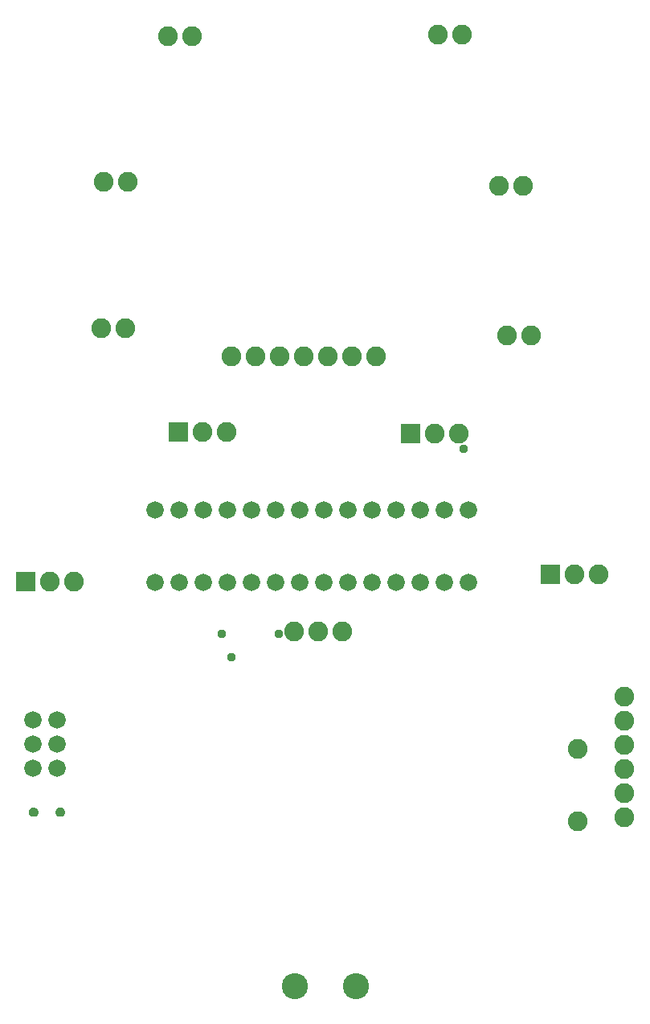
<source format=gbr>
G04 EAGLE Gerber X2 export*
G75*
%MOMM*%
%FSLAX34Y34*%
%LPD*%
%AMOC8*
5,1,8,0,0,1.08239X$1,22.5*%
G01*
%ADD10C,2.082800*%
%ADD11C,1.828800*%
%ADD12C,2.743200*%
%ADD13R,2.082800X2.082800*%
%ADD14C,0.959600*%

G36*
X86916Y272253D02*
X86916Y272253D01*
X87042Y272252D01*
X88053Y272391D01*
X88101Y272407D01*
X88191Y272426D01*
X89146Y272788D01*
X89189Y272814D01*
X89273Y272853D01*
X90123Y273417D01*
X90160Y273452D01*
X90232Y273509D01*
X90936Y274249D01*
X90964Y274291D01*
X91022Y274362D01*
X91543Y275240D01*
X91561Y275287D01*
X91602Y275369D01*
X91915Y276341D01*
X91922Y276391D01*
X91943Y276480D01*
X92032Y277498D01*
X92027Y277548D01*
X92028Y277639D01*
X91897Y278603D01*
X91881Y278651D01*
X91862Y278740D01*
X91520Y279651D01*
X91494Y279694D01*
X91455Y279778D01*
X90918Y280589D01*
X90883Y280625D01*
X90827Y280698D01*
X90123Y281370D01*
X90081Y281398D01*
X90010Y281456D01*
X89175Y281954D01*
X89127Y281972D01*
X89045Y282012D01*
X88120Y282312D01*
X88069Y282319D01*
X87980Y282341D01*
X87011Y282427D01*
X86964Y282423D01*
X86889Y282426D01*
X85913Y282324D01*
X85865Y282310D01*
X85775Y282294D01*
X84846Y281978D01*
X84802Y281954D01*
X84717Y281917D01*
X83882Y281403D01*
X83845Y281369D01*
X83770Y281315D01*
X83071Y280627D01*
X83041Y280586D01*
X82981Y280517D01*
X82452Y279690D01*
X82433Y279644D01*
X82389Y279563D01*
X82057Y278640D01*
X82049Y278590D01*
X82024Y278501D01*
X81906Y277527D01*
X81909Y277477D01*
X81905Y277391D01*
X82000Y276389D01*
X82014Y276340D01*
X82030Y276250D01*
X82346Y275294D01*
X82370Y275249D01*
X82406Y275165D01*
X82927Y274304D01*
X82960Y274266D01*
X83013Y274191D01*
X83713Y273467D01*
X83754Y273438D01*
X83823Y273377D01*
X84666Y272827D01*
X84712Y272807D01*
X84793Y272763D01*
X85737Y272415D01*
X85787Y272406D01*
X85875Y272381D01*
X86873Y272251D01*
X86916Y272253D01*
G37*
G36*
X114907Y272253D02*
X114907Y272253D01*
X115033Y272252D01*
X116044Y272391D01*
X116092Y272407D01*
X116182Y272426D01*
X117137Y272788D01*
X117180Y272814D01*
X117264Y272853D01*
X118114Y273417D01*
X118151Y273452D01*
X118223Y273509D01*
X118927Y274249D01*
X118955Y274291D01*
X119013Y274362D01*
X119534Y275240D01*
X119552Y275287D01*
X119593Y275369D01*
X119906Y276341D01*
X119913Y276391D01*
X119934Y276480D01*
X120023Y277498D01*
X120018Y277548D01*
X120019Y277639D01*
X119888Y278603D01*
X119872Y278651D01*
X119853Y278740D01*
X119511Y279651D01*
X119485Y279694D01*
X119446Y279778D01*
X118909Y280589D01*
X118874Y280625D01*
X118818Y280698D01*
X118114Y281370D01*
X118072Y281398D01*
X118001Y281456D01*
X117166Y281954D01*
X117118Y281972D01*
X117036Y282012D01*
X116111Y282312D01*
X116060Y282319D01*
X115971Y282341D01*
X115002Y282427D01*
X114955Y282423D01*
X114880Y282426D01*
X113904Y282324D01*
X113856Y282310D01*
X113766Y282294D01*
X112837Y281978D01*
X112793Y281954D01*
X112708Y281917D01*
X111873Y281403D01*
X111836Y281369D01*
X111761Y281315D01*
X111062Y280627D01*
X111032Y280586D01*
X110972Y280517D01*
X110443Y279690D01*
X110424Y279644D01*
X110380Y279563D01*
X110048Y278640D01*
X110040Y278590D01*
X110015Y278501D01*
X109897Y277527D01*
X109900Y277477D01*
X109896Y277391D01*
X109991Y276389D01*
X110005Y276340D01*
X110021Y276250D01*
X110337Y275294D01*
X110361Y275249D01*
X110397Y275165D01*
X110918Y274304D01*
X110951Y274266D01*
X111004Y274191D01*
X111704Y273467D01*
X111745Y273438D01*
X111814Y273377D01*
X112657Y272827D01*
X112703Y272807D01*
X112784Y272763D01*
X113728Y272415D01*
X113778Y272406D01*
X113866Y272381D01*
X114864Y272251D01*
X114907Y272253D01*
G37*
D10*
X387200Y467600D03*
X361800Y467600D03*
X412600Y467600D03*
X157950Y786450D03*
X183350Y786450D03*
X160950Y940450D03*
X186350Y940450D03*
X228200Y1094100D03*
X253600Y1094100D03*
X512950Y1095850D03*
X538350Y1095850D03*
X577200Y936600D03*
X602600Y936600D03*
X585450Y779100D03*
X610850Y779100D03*
D11*
X86450Y348950D03*
X111850Y348950D03*
X111850Y374350D03*
X86450Y374350D03*
X86450Y323550D03*
X111850Y323550D03*
D10*
X709700Y271500D03*
X709700Y296900D03*
X709700Y322300D03*
X709700Y347700D03*
X709700Y373100D03*
X709700Y398500D03*
X660600Y343450D03*
X660600Y267250D03*
X448050Y757300D03*
X422650Y757300D03*
X397250Y757300D03*
X371850Y757300D03*
X346450Y757300D03*
X321050Y757300D03*
X295650Y757300D03*
D12*
X426950Y93600D03*
X361950Y93600D03*
D11*
X215200Y519450D03*
X240600Y519450D03*
X266000Y519450D03*
X291400Y519450D03*
X316800Y519450D03*
X342200Y519450D03*
X367600Y519450D03*
X393000Y519450D03*
X418400Y519450D03*
X443800Y519450D03*
X469200Y519450D03*
X494600Y519450D03*
X520000Y519450D03*
X545400Y519450D03*
X545400Y595650D03*
X520000Y595650D03*
X494600Y595650D03*
X469200Y595650D03*
X443800Y595650D03*
X418400Y595650D03*
X393000Y595650D03*
X367600Y595650D03*
X342200Y595650D03*
X316800Y595650D03*
X291400Y595650D03*
X266000Y595650D03*
X240600Y595650D03*
X215200Y595650D03*
D13*
X631550Y527100D03*
D10*
X656950Y527100D03*
X682350Y527100D03*
D13*
X484450Y675850D03*
D10*
X509850Y675850D03*
X535250Y675850D03*
D13*
X239350Y677600D03*
D10*
X264750Y677600D03*
X290150Y677600D03*
D13*
X78250Y520100D03*
D10*
X103650Y520100D03*
X129050Y520100D03*
D14*
X345000Y465000D03*
X285000Y465000D03*
X540000Y660000D03*
X295000Y440000D03*
M02*

</source>
